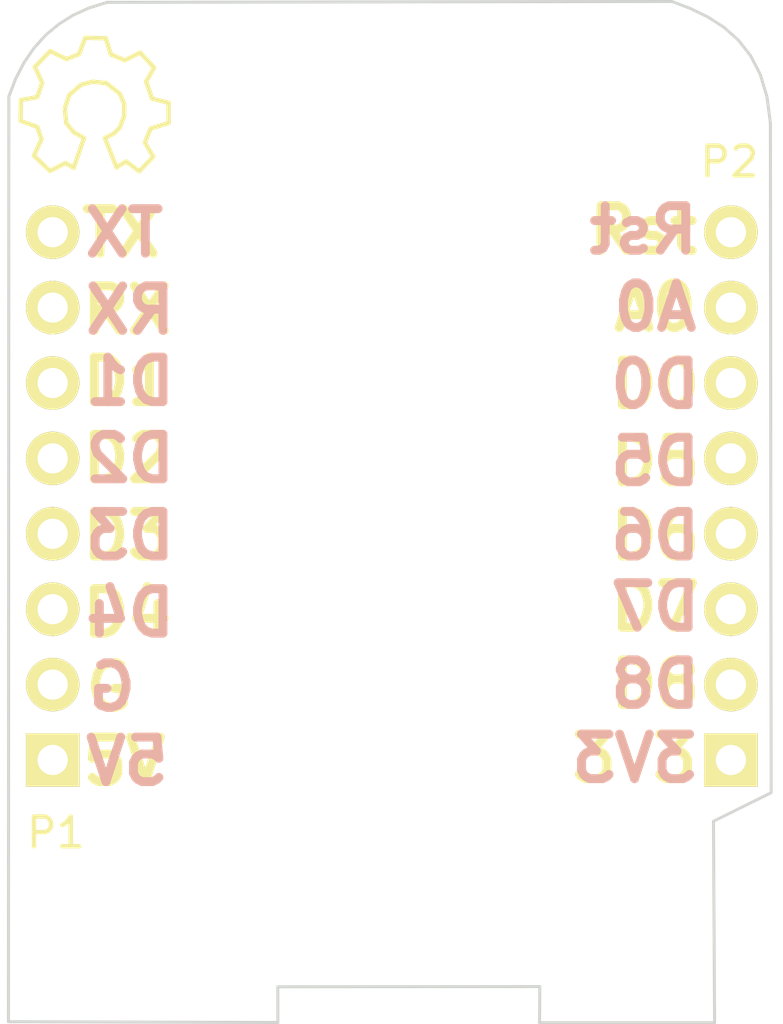
<source format=kicad_pcb>

(kicad_pcb
  (version 4)
  (host pcbnew "(2015-09-12 BZR 6188)-product")
  (general
    (links 0)
    (no_connects 0)
    (area 122.381667 78.348265 155.458334 112.850001)
    (thickness 1.6)
    (drawings 73)
    (tracks 0)
    (zones 0)
    (modules 3)
    (nets 17))
  (page A4)
  (layers
    (0 F.Cu signal)
    (31 B.Cu signal)
    (32 B.Adhes user)
    (33 F.Adhes user)
    (34 B.Paste user)
    (35 F.Paste user)
    (36 B.SilkS user)
    (37 F.SilkS user)
    (38 B.Mask user)
    (39 F.Mask user)
    (40 Dwgs.User user)
    (41 Cmts.User user)
    (42 Eco1.User user)
    (43 Eco2.User user)
    (44 Edge.Cuts user)
    (45 Margin user)
    (46 B.CrtYd user)
    (47 F.CrtYd user)
    (48 B.Fab user)
    (49 F.Fab user))
  (setup
    (last_trace_width 0.25)
    (trace_clearance 0.2)
    (zone_clearance 0.508)
    (zone_45_only no)
    (trace_min 0.2)
    (segment_width 0.2)
    (edge_width 0.15)
    (via_size 0.6)
    (via_drill 0.4)
    (via_min_size 0.4)
    (via_min_drill 0.3)
    (uvia_size 0.3)
    (uvia_drill 0.1)
    (uvias_allowed no)
    (uvia_min_size 0.2)
    (uvia_min_drill 0.1)
    (pcb_text_width 0.3)
    (pcb_text_size 1.5 1.5)
    (mod_edge_width 0.15)
    (mod_text_size 1 1)
    (mod_text_width 0.15)
    (pad_size 2.032 1.7272)
    (pad_drill 1.016)
    (pad_to_mask_clearance 0.2)
    (aux_axis_origin 0 0)
    (visible_elements FFFFEF7F)
    (pcbplotparams
      (layerselection 0x00030_80000001)
      (usegerberextensions false)
      (excludeedgelayer true)
      (linewidth 0.1)
      (plotframeref false)
      (viasonmask false)
      (mode 1)
      (useauxorigin false)
      (hpglpennumber 1)
      (hpglpenspeed 20)
      (hpglpendiameter 15)
      (hpglpenoverlay 2)
      (psnegative false)
      (psa4output false)
      (plotreference true)
      (plotvalue true)
      (plotinvisibletext false)
      (padsonsilk false)
      (subtractmaskfromsilk false)
      (outputformat 1)
      (mirror false)
      (drillshape 1)
      (scaleselection 1)
      (outputdirectory "")))
  (net 0 "")
  (net 1 /+5V)
  (net 2 /GND)
  (net 3 /D4)
  (net 4 /D3)
  (net 5 /D2)
  (net 6 /D1)
  (net 7 /RX)
  (net 8 /TX)
  (net 9 /+3.3V)
  (net 10 /D8)
  (net 11 /D7)
  (net 12 /D6)
  (net 13 /D5)
  (net 14 /D0)
  (net 15 /A0)
  (net 16 /RST)
  (net_class Default "This is the default net class."
    (clearance 0.2)
    (trace_width 0.25)
    (via_dia 0.6)
    (via_drill 0.4)
    (uvia_dia 0.3)
    (uvia_drill 0.1)
    (add_net /+3.3V)
    (add_net /+5V)
    (add_net /A0)
    (add_net /D0)
    (add_net /D1)
    (add_net /D2)
    (add_net /D3)
    (add_net /D4)
    (add_net /D5)
    (add_net /D6)
    (add_net /D7)
    (add_net /D8)
    (add_net /GND)
    (add_net /RST)
    (add_net /RX)
    (add_net /TX))
  (module D1_mini:D1_mini_Pin_Header
    (layer F.Cu)
    (tedit 5766B078)
    (tstamp 5766A936)
    (at 127.49 103.95 180)
    (descr "Through hole pin header")
    (tags "pin header")
    (path /5763EB78)
    (fp_text reference P1
      (at -0.11 -2.45 180)
      (layer F.SilkS)
      (effects
        (font
          (size 1 1)
          (thickness 0.15))))
    (fp_text value CONN_01X08
      (at 0 -3.1 180)
      (layer F.Fab) hide
      (effects
        (font
          (size 1 1)
          (thickness 0.15))))
    (fp_line
      (start -1.75 -1.75)
      (end -1.75 19.55)
      (layer F.CrtYd)
      (width 0.05))
    (fp_line
      (start 1.75 -1.75)
      (end 1.75 19.55)
      (layer F.CrtYd)
      (width 0.05))
    (fp_line
      (start -1.75 -1.75)
      (end 1.75 -1.75)
      (layer F.CrtYd)
      (width 0.05))
    (fp_line
      (start -1.75 19.55)
      (end 1.75 19.55)
      (layer F.CrtYd)
      (width 0.05))
    (pad 1 thru_hole rect
      (at 0 0 180)
      (size 1.8 1.8)
      (drill 1.016)
      (layers *.Cu *.Mask F.SilkS))
    (pad 2 thru_hole oval
      (at 0 2.54 180)
      (size 1.8 1.8)
      (drill 1.016)
      (layers *.Cu *.Mask F.SilkS))
    (pad 3 thru_hole oval
      (at 0 5.08 180)
      (size 1.8 1.8)
      (drill 1.016)
      (layers *.Cu *.Mask F.SilkS))
    (pad 4 thru_hole oval
      (at 0 7.62 180)
      (size 1.8 1.8)
      (drill 1.016)
      (layers *.Cu *.Mask F.SilkS))
    (pad 5 thru_hole oval
      (at 0 10.16 180)
      (size 1.8 1.8)
      (drill 1.016)
      (layers *.Cu *.Mask F.SilkS))
    (pad 6 thru_hole oval
      (at 0 12.7 180)
      (size 1.8 1.8)
      (drill 1.016)
      (layers *.Cu *.Mask F.SilkS))
    (pad 7 thru_hole oval
      (at 0 15.24 180)
      (size 1.8 1.8)
      (drill 1.016)
      (layers *.Cu *.Mask F.SilkS))
    (pad 8 thru_hole oval
      (at 0 17.78 180)
      (size 1.8 1.8)
      (drill 1.016)
      (layers *.Cu *.Mask F.SilkS))
    (model Pin_Headers.3dshapes/Pin_Header_Straight_1x08.wrl
      (at
        (xyz 0 -0.35 0))
      (scale
        (xyz 1 1 1))
      (rotate
        (xyz 0 0 90))))
  (module D1_mini:D1_mini_Pin_Header
    (layer F.Cu)
    (tedit 5766ABD3)
    (tstamp 5766A941)
    (at 150.35 103.95 180)
    (descr "Through hole pin header")
    (tags "pin header")
    (path /5763EBF2)
    (fp_text reference P2
      (at 0.05 20.15 180)
      (layer F.SilkS)
      (effects
        (font
          (size 1 1)
          (thickness 0.15))))
    (fp_text value CONN_01X08
      (at 0 -3.1 180)
      (layer F.Fab) hide
      (effects
        (font
          (size 1 1)
          (thickness 0.15))))
    (fp_line
      (start -1.75 -1.75)
      (end -1.75 19.55)
      (layer F.CrtYd)
      (width 0.05))
    (fp_line
      (start 1.75 -1.75)
      (end 1.75 19.55)
      (layer F.CrtYd)
      (width 0.05))
    (fp_line
      (start -1.75 -1.75)
      (end 1.75 -1.75)
      (layer F.CrtYd)
      (width 0.05))
    (fp_line
      (start -1.75 19.55)
      (end 1.75 19.55)
      (layer F.CrtYd)
      (width 0.05))
    (pad 1 thru_hole rect
      (at 0 0 180)
      (size 1.8 1.8)
      (drill 1.016)
      (layers *.Cu *.Mask F.SilkS))
    (pad 2 thru_hole oval
      (at 0 2.54 180)
      (size 1.8 1.8)
      (drill 1.016)
      (layers *.Cu *.Mask F.SilkS))
    (pad 3 thru_hole oval
      (at 0 5.08 180)
      (size 1.8 1.8)
      (drill 1.016)
      (layers *.Cu *.Mask F.SilkS))
    (pad 4 thru_hole oval
      (at 0 7.62 180)
      (size 1.8 1.8)
      (drill 1.016)
      (layers *.Cu *.Mask F.SilkS))
    (pad 5 thru_hole oval
      (at 0 10.16 180)
      (size 1.8 1.8)
      (drill 1.016)
      (layers *.Cu *.Mask F.SilkS))
    (pad 6 thru_hole oval
      (at 0 12.7 180)
      (size 1.8 1.8)
      (drill 1.016)
      (layers *.Cu *.Mask F.SilkS))
    (pad 7 thru_hole oval
      (at 0 15.24 180)
      (size 1.8 1.8)
      (drill 1.016)
      (layers *.Cu *.Mask F.SilkS))
    (pad 8 thru_hole oval
      (at 0 17.78 180)
      (size 1.8 1.8)
      (drill 1.016)
      (layers *.Cu *.Mask F.SilkS))
    (model Pin_Headers.3dshapes/Pin_Header_Straight_1x08.wrl
      (at
        (xyz 0 -0.35 0))
      (scale
        (xyz 1 1 1))
      (rotate
        (xyz 0 0 90))))
  (module D1_mini:OSHW
    (layer F.Cu)
    (tedit 5766B04E)
    (tstamp 5766B15A)
    (at 128.9 82.1)
    (descr OSHW)
    (tags "Symbol, OSHW-Logo, Silk Screen,")
    (fp_text reference ""
      (at 0.09906 -4.38912)
      (layer F.SilkS) hide
      (effects
        (font
          (size 1 1)
          (thickness 0.15))))
    (fp_text value OSHW
      (at 0 5)
      (layer F.Fab) hide
      (effects
        (font
          (size 1 1)
          (thickness 0.15))))
    (fp_line
      (start -1.78054 0.92964)
      (end -2.03962 1.49098)
      (layer F.SilkS)
      (width 0.15))
    (fp_line
      (start -2.03962 1.49098)
      (end -1.50114 2.00914)
      (layer F.SilkS)
      (width 0.15))
    (fp_line
      (start -1.50114 2.00914)
      (end -0.98044 1.7399)
      (layer F.SilkS)
      (width 0.15))
    (fp_line
      (start -0.98044 1.7399)
      (end -0.70104 1.89992)
      (layer F.SilkS)
      (width 0.15))
    (fp_line
      (start 0.73914 1.8796)
      (end 1.06934 1.6891)
      (layer F.SilkS)
      (width 0.15))
    (fp_line
      (start 1.06934 1.6891)
      (end 1.50876 2.0193)
      (layer F.SilkS)
      (width 0.15))
    (fp_line
      (start 1.50876 2.0193)
      (end 1.9812 1.52908)
      (layer F.SilkS)
      (width 0.15))
    (fp_line
      (start 1.9812 1.52908)
      (end 1.69926 1.04902)
      (layer F.SilkS)
      (width 0.15))
    (fp_line
      (start 1.69926 1.04902)
      (end 1.88976 0.57912)
      (layer F.SilkS)
      (width 0.15))
    (fp_line
      (start 1.88976 0.57912)
      (end 2.49936 0.39116)
      (layer F.SilkS)
      (width 0.15))
    (fp_line
      (start 2.49936 0.39116)
      (end 2.49936 -0.28956)
      (layer F.SilkS)
      (width 0.15))
    (fp_line
      (start 2.49936 -0.28956)
      (end 1.94056 -0.42926)
      (layer F.SilkS)
      (width 0.15))
    (fp_line
      (start 1.94056 -0.42926)
      (end 1.7399 -1.00076)
      (layer F.SilkS)
      (width 0.15))
    (fp_line
      (start 1.7399 -1.00076)
      (end 2.00914 -1.47066)
      (layer F.SilkS)
      (width 0.15))
    (fp_line
      (start 2.00914 -1.47066)
      (end 1.53924 -1.9812)
      (layer F.SilkS)
      (width 0.15))
    (fp_line
      (start 1.53924 -1.9812)
      (end 1.02108 -1.71958)
      (layer F.SilkS)
      (width 0.15))
    (fp_line
      (start 1.02108 -1.71958)
      (end 0.55118 -1.92024)
      (layer F.SilkS)
      (width 0.15))
    (fp_line
      (start 0.55118 -1.92024)
      (end 0.381 -2.46126)
      (layer F.SilkS)
      (width 0.15))
    (fp_line
      (start 0.381 -2.46126)
      (end -0.30988 -2.47904)
      (layer F.SilkS)
      (width 0.15))
    (fp_line
      (start -0.30988 -2.47904)
      (end -0.5207 -1.9304)
      (layer F.SilkS)
      (width 0.15))
    (fp_line
      (start -0.5207 -1.9304)
      (end -0.9398 -1.76022)
      (layer F.SilkS)
      (width 0.15))
    (fp_line
      (start -0.9398 -1.76022)
      (end -1.49098 -2.02946)
      (layer F.SilkS)
      (width 0.15))
    (fp_line
      (start -1.49098 -2.02946)
      (end -2.00914 -1.50114)
      (layer F.SilkS)
      (width 0.15))
    (fp_line
      (start -2.00914 -1.50114)
      (end -1.76022 -0.96012)
      (layer F.SilkS)
      (width 0.15))
    (fp_line
      (start -1.76022 -0.96012)
      (end -1.9304 -0.48006)
      (layer F.SilkS)
      (width 0.15))
    (fp_line
      (start -1.9304 -0.48006)
      (end -2.47904 -0.381)
      (layer F.SilkS)
      (width 0.15))
    (fp_line
      (start -2.47904 -0.381)
      (end -2.4892 0.32004)
      (layer F.SilkS)
      (width 0.15))
    (fp_line
      (start -2.4892 0.32004)
      (end -1.9304 0.5207)
      (layer F.SilkS)
      (width 0.15))
    (fp_line
      (start -1.9304 0.5207)
      (end -1.7907 0.91948)
      (layer F.SilkS)
      (width 0.15))
    (fp_line
      (start 0.35052 0.89916)
      (end 0.65024 0.7493)
      (layer F.SilkS)
      (width 0.15))
    (fp_line
      (start 0.65024 0.7493)
      (end 0.8509 0.55118)
      (layer F.SilkS)
      (width 0.15))
    (fp_line
      (start 0.8509 0.55118)
      (end 1.00076 0.14986)
      (layer F.SilkS)
      (width 0.15))
    (fp_line
      (start 1.00076 0.14986)
      (end 1.00076 -0.24892)
      (layer F.SilkS)
      (width 0.15))
    (fp_line
      (start 1.00076 -0.24892)
      (end 0.8509 -0.59944)
      (layer F.SilkS)
      (width 0.15))
    (fp_line
      (start 0.8509 -0.59944)
      (end 0.39878 -0.94996)
      (layer F.SilkS)
      (width 0.15))
    (fp_line
      (start 0.39878 -0.94996)
      (end -0.0508 -1.00076)
      (layer F.SilkS)
      (width 0.15))
    (fp_line
      (start -0.0508 -1.00076)
      (end -0.44958 -0.89916)
      (layer F.SilkS)
      (width 0.15))
    (fp_line
      (start -0.44958 -0.89916)
      (end -0.8509 -0.55118)
      (layer F.SilkS)
      (width 0.15))
    (fp_line
      (start -0.8509 -0.55118)
      (end -1.00076 -0.09906)
      (layer F.SilkS)
      (width 0.15))
    (fp_line
      (start -1.00076 -0.09906)
      (end -0.94996 0.39878)
      (layer F.SilkS)
      (width 0.15))
    (fp_line
      (start -0.94996 0.39878)
      (end -0.70104 0.70104)
      (layer F.SilkS)
      (width 0.15))
    (fp_line
      (start -0.70104 0.70104)
      (end -0.35052 0.89916)
      (layer F.SilkS)
      (width 0.15))
    (fp_line
      (start -0.35052 0.89916)
      (end -0.70104 1.89992)
      (layer F.SilkS)
      (width 0.15))
    (fp_line
      (start 0.35052 0.89916)
      (end 0.7493 1.89992)
      (layer F.SilkS)
      (width 0.15)))
  (gr_text 3V3
    (at 147.1 103.9)
    (layer B.SilkS)
    (tstamp 5766AD4B)
    (effects
      (font
        (size 1.5 1.5)
        (thickness 0.3))
      (justify mirror)))
  (gr_text D8
    (at 147.8 101.4)
    (layer B.SilkS)
    (tstamp 5766AD4A)
    (effects
      (font
        (size 1.5 1.5)
        (thickness 0.3))
      (justify mirror)))
  (gr_text D7
    (at 147.8 98.8)
    (layer B.SilkS)
    (tstamp 5766AD49)
    (effects
      (font
        (size 1.5 1.5)
        (thickness 0.3))
      (justify mirror)))
  (gr_text D6
    (at 147.8 96.4)
    (layer B.SilkS)
    (tstamp 5766AD48)
    (effects
      (font
        (size 1.5 1.5)
        (thickness 0.3))
      (justify mirror)))
  (gr_text D5
    (at 147.8 93.9)
    (layer B.SilkS)
    (tstamp 5766AD47)
    (effects
      (font
        (size 1.5 1.5)
        (thickness 0.3))
      (justify mirror)))
  (gr_text D0
    (at 147.8 91.3)
    (layer B.SilkS)
    (tstamp 5766AD46)
    (effects
      (font
        (size 1.5 1.5)
        (thickness 0.3))
      (justify mirror)))
  (gr_text A0
    (at 147.8 88.7)
    (layer B.SilkS)
    (tstamp 5766AD45)
    (effects
      (font
        (size 1.5 1.5)
        (thickness 0.3))
      (justify mirror)))
  (gr_text Rst
    (at 147.4 86.1)
    (layer B.SilkS)
    (tstamp 5766AD44)
    (effects
      (font
        (size 1.5 1.5)
        (thickness 0.3))
      (justify mirror)))
  (gr_text 5V
    (at 130 104)
    (layer B.SilkS)
    (tstamp 5766AD01)
    (effects
      (font
        (size 1.5 1.5)
        (thickness 0.3))
      (justify mirror)))
  (gr_text G
    (at 129.5 101.5)
    (layer B.SilkS)
    (tstamp 5766AD00)
    (effects
      (font
        (size 1.5 1.5)
        (thickness 0.3))
      (justify mirror)))
  (gr_text D4
    (at 130.1 99)
    (layer B.SilkS)
    (tstamp 5766ACFF)
    (effects
      (font
        (size 1.5 1.5)
        (thickness 0.3))
      (justify mirror)))
  (gr_text D3
    (at 130.1 96.4)
    (layer B.SilkS)
    (tstamp 5766ACFE)
    (effects
      (font
        (size 1.5 1.5)
        (thickness 0.3))
      (justify mirror)))
  (gr_text D2
    (at 130.1 93.8)
    (layer B.SilkS)
    (tstamp 5766ACFD)
    (effects
      (font
        (size 1.5 1.5)
        (thickness 0.3))
      (justify mirror)))
  (gr_text D1
    (at 130.1 91.2)
    (layer B.SilkS)
    (tstamp 5766ACFC)
    (effects
      (font
        (size 1.5 1.5)
        (thickness 0.3))
      (justify mirror)))
  (gr_text RX
    (at 130.1 88.8)
    (layer B.SilkS)
    (tstamp 5766ACFB)
    (effects
      (font
        (size 1.5 1.5)
        (thickness 0.3))
      (justify mirror)))
  (gr_text TX
    (at 129.9 86.2)
    (layer B.SilkS)
    (tstamp 5766ACFA)
    (effects
      (font
        (size 1.5 1.5)
        (thickness 0.3))
      (justify mirror)))
  (gr_text Rst
    (at 147.4 86.1)
    (layer F.SilkS)
    (effects
      (font
        (size 1.5 1.5)
        (thickness 0.3))))
  (gr_text A0
    (at 147.8 88.7)
    (layer F.SilkS)
    (effects
      (font
        (size 1.5 1.5)
        (thickness 0.3))))
  (gr_text D0
    (at 147.8 91.3)
    (layer F.SilkS)
    (effects
      (font
        (size 1.5 1.5)
        (thickness 0.3))))
  (gr_text D5
    (at 147.8 93.9)
    (layer F.SilkS)
    (effects
      (font
        (size 1.5 1.5)
        (thickness 0.3))))
  (gr_text D6
    (at 147.8 96.4)
    (layer F.SilkS)
    (effects
      (font
        (size 1.5 1.5)
        (thickness 0.3))))
  (gr_text D7
    (at 147.8 98.8)
    (layer F.SilkS)
    (effects
      (font
        (size 1.5 1.5)
        (thickness 0.3))))
  (gr_text D8
    (at 147.8 101.4)
    (layer F.SilkS)
    (effects
      (font
        (size 1.5 1.5)
        (thickness 0.3))))
  (gr_text 3V3
    (at 147.1 103.9)
    (layer F.SilkS)
    (effects
      (font
        (size 1.5 1.5)
        (thickness 0.3))))
  (gr_text TX
    (at 129.8 86.2)
    (layer F.SilkS)
    (effects
      (font
        (size 1.5 1.5)
        (thickness 0.3))))
  (gr_text RX
    (at 130 88.8)
    (layer F.SilkS)
    (effects
      (font
        (size 1.5 1.5)
        (thickness 0.3))))
  (gr_text D1
    (at 130 91.2)
    (layer F.SilkS)
    (effects
      (font
        (size 1.5 1.5)
        (thickness 0.3))))
  (gr_text D2
    (at 130 93.8)
    (layer F.SilkS)
    (effects
      (font
        (size 1.5 1.5)
        (thickness 0.3))))
  (gr_text D3
    (at 130 96.4)
    (layer F.SilkS)
    (effects
      (font
        (size 1.5 1.5)
        (thickness 0.3))))
  (gr_text D4
    (at 130 99)
    (layer F.SilkS)
    (effects
      (font
        (size 1.5 1.5)
        (thickness 0.3))))
  (gr_text G
    (at 129.4 101.5)
    (layer F.SilkS)
    (effects
      (font
        (size 1.5 1.5)
        (thickness 0.3))))
  (gr_text 5V
    (at 129.9 104)
    (layer F.SilkS)
    (effects
      (font
        (size 1.5 1.5)
        (thickness 0.3))))
  (gr_line
    (start 150.461517 110.166932)
    (end 149.844156 110.166932)
    (layer Dwgs.User)
    (width 0.1))
  (gr_line
    (start 150.461517 108.173738)
    (end 150.461517 110.166932)
    (layer Dwgs.User)
    (width 0.1))
  (gr_line
    (start 149.808878 108.173738)
    (end 150.461517 108.173738)
    (layer Dwgs.User)
    (width 0.1))
  (gr_line
    (start 149.826517 112.177765)
    (end 149.7736 106.092349)
    (layer Dwgs.User)
    (width 0.1))
  (gr_line
    (start 148.256656 112.177765)
    (end 149.826517 112.177765)
    (layer Dwgs.User)
    (width 0.1))
  (gr_line
    (start 147.727489 111.683876)
    (end 148.256656 112.177765)
    (layer Dwgs.User)
    (width 0.1))
  (gr_line
    (start 146.43985 111.683876)
    (end 147.727489 111.683876)
    (layer Dwgs.User)
    (width 0.1))
  (gr_line
    (start 146.43985 106.621515)
    (end 146.43985 111.683876)
    (layer Dwgs.User)
    (width 0.1))
  (gr_line
    (start 147.692211 106.621515)
    (end 146.43985 106.621515)
    (layer Dwgs.User)
    (width 0.1))
  (gr_line
    (start 148.221378 106.092349)
    (end 147.692211 106.621515)
    (layer Dwgs.User)
    (width 0.1))
  (gr_line
    (start 149.7736 106.092349)
    (end 148.221378 106.092349)
    (layer Dwgs.User)
    (width 0.1))
  (gr_line
    (start 135.85035 112.555188)
    (end 135.85035 106.741451)
    (layer Dwgs.User)
    (width 0.1))
  (gr_line
    (start 142.989931 112.555188)
    (end 135.85035 112.555188)
    (layer Dwgs.User)
    (width 0.1))
  (gr_line
    (start 142.989931 106.741451)
    (end 142.989931 112.555188)
    (layer Dwgs.User)
    (width 0.1))
  (gr_line
    (start 135.85035 106.741451)
    (end 142.989931 106.741451)
    (layer Dwgs.User)
    (width 0.1))
  (gr_line
    (start 149.76248 106.014181)
    (end 149.8 112.8)
    (layer Edge.Cuts)
    (width 0.1))
  (gr_line
    (start 151.706026 105.053285)
    (end 149.76248 106.014181)
    (layer Edge.Cuts)
    (width 0.1))
  (gr_line
    (start 151.681078 82.498193)
    (end 151.706026 105.053285)
    (layer Edge.Cuts)
    (width 0.1))
  (gr_line
    (start 151.565482 81.605425)
    (end 151.681078 82.498193)
    (layer Edge.Cuts)
    (width 0.1))
  (gr_line
    (start 151.337122 80.850387)
    (end 151.565482 81.605425)
    (layer Edge.Cuts)
    (width 0.1))
  (gr_line
    (start 151.009595 80.21854)
    (end 151.337122 80.850387)
    (layer Edge.Cuts)
    (width 0.1))
  (gr_line
    (start 150.596503 79.695342)
    (end 151.009595 80.21854)
    (layer Edge.Cuts)
    (width 0.1))
  (gr_line
    (start 150.111445 79.266257)
    (end 150.596503 79.695342)
    (layer Edge.Cuts)
    (width 0.1))
  (gr_line
    (start 149.568018 78.916742)
    (end 150.111445 79.266257)
    (layer Edge.Cuts)
    (width 0.1))
  (gr_line
    (start 148.979824 78.632259)
    (end 149.568018 78.916742)
    (layer Edge.Cuts)
    (width 0.1))
  (gr_line
    (start 148.36046 78.398266)
    (end 148.979824 78.632259)
    (layer Edge.Cuts)
    (width 0.1))
  (gr_line
    (start 129.322547 78.427024)
    (end 148.36046 78.398266)
    (layer Edge.Cuts)
    (width 0.1))
  (gr_line
    (start 128.72475 78.61269)
    (end 129.322547 78.427024)
    (layer Edge.Cuts)
    (width 0.1))
  (gr_line
    (start 128.18056 78.859623)
    (end 128.72475 78.61269)
    (layer Edge.Cuts)
    (width 0.1))
  (gr_line
    (start 127.689488 79.167259)
    (end 128.18056 78.859623)
    (layer Edge.Cuts)
    (width 0.1))
  (gr_line
    (start 127.251047 79.535048)
    (end 127.689488 79.167259)
    (layer Edge.Cuts)
    (width 0.1))
  (gr_line
    (start 126.864747 79.962423)
    (end 127.251047 79.535048)
    (layer Edge.Cuts)
    (width 0.1))
  (gr_line
    (start 126.530099 80.448833)
    (end 126.864747 79.962423)
    (layer Edge.Cuts)
    (width 0.1))
  (gr_line
    (start 126.246616 80.993714)
    (end 126.530099 80.448833)
    (layer Edge.Cuts)
    (width 0.1))
  (gr_line
    (start 126.013805 81.596507)
    (end 126.246616 80.993714)
    (layer Edge.Cuts)
    (width 0.1))
  (gr_line
    (start 125.999807 112.766658)
    (end 126.013805 81.596507)
    (layer Edge.Cuts)
    (width 0.1))
  (gr_line
    (start 135.080603 112.792736)
    (end 125.999807 112.766658)
    (layer Edge.Cuts)
    (width 0.1))
  (gr_line
    (start 135.078627 111.590483)
    (end 135.080603 112.792736)
    (layer Edge.Cuts)
    (width 0.1))
  (gr_line
    (start 143.909849 111.583795)
    (end 135.078627 111.590483)
    (layer Edge.Cuts)
    (width 0.1))
  (gr_line
    (start 143.9 112.8)
    (end 143.909849 111.583795)
    (layer Edge.Cuts)
    (width 0.1))
  (gr_line
    (start 149.8 112.8)
    (end 143.9 112.8)
    (layer Edge.Cuts)
    (width 0.1)))
</source>
